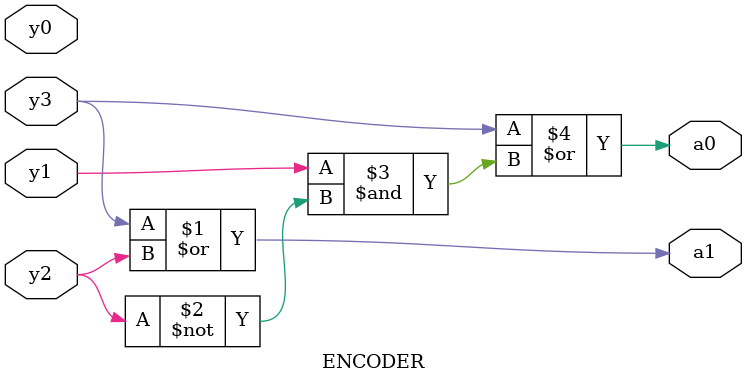
<source format=v>
`timescale 1ns / 1ps
module ENCODER(
    input y0,
    input y1,
    input y2,
    input y3,
    output a0,
    output a1
    );
	 assign a1=y3|y2;
	 assign a0=y3|(y1&~y2);
	


endmodule

</source>
